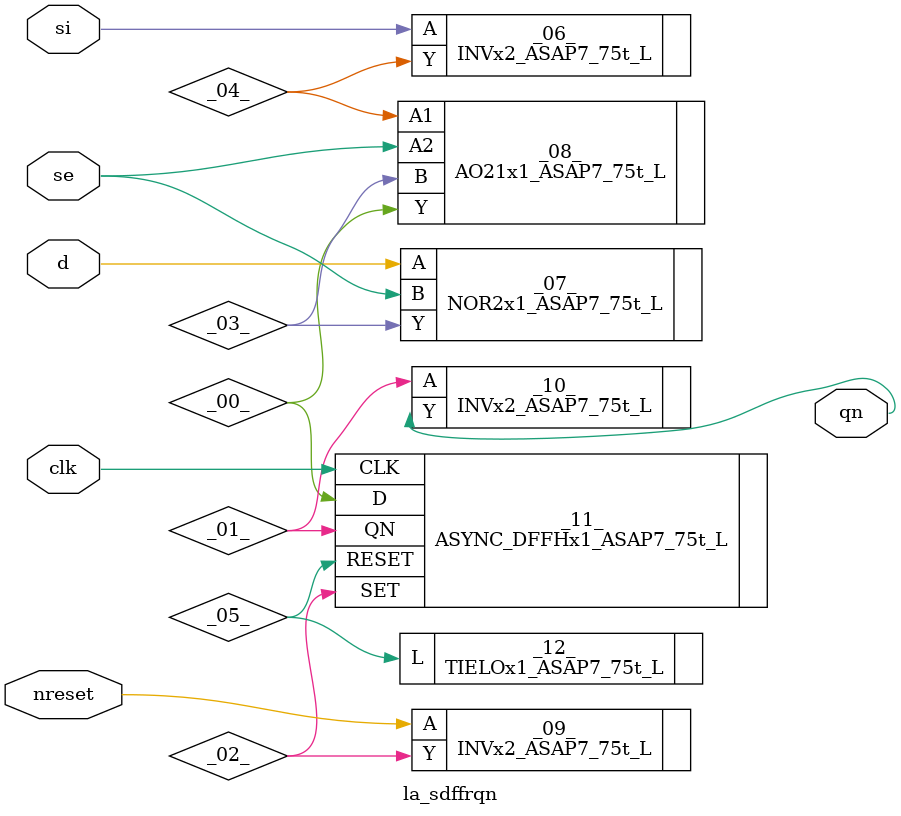
<source format=v>

/* Generated by Yosys 0.37 (git sha1 a5c7f69ed, clang 14.0.0-1ubuntu1.1 -fPIC -Os) */

module la_sdffrqn(d, si, se, clk, nreset, qn);
  wire _00_;
  wire _01_;
  wire _02_;
  wire _03_;
  wire _04_;
  wire _05_;
  input clk;
  wire clk;
  input d;
  wire d;
  input nreset;
  wire nreset;
  output qn;
  wire qn;
  input se;
  wire se;
  input si;
  wire si;
  INVx2_ASAP7_75t_L _06_ (
    .A(si),
    .Y(_04_)
  );
  NOR2x1_ASAP7_75t_L _07_ (
    .A(d),
    .B(se),
    .Y(_03_)
  );
  AO21x1_ASAP7_75t_L _08_ (
    .A1(_04_),
    .A2(se),
    .B(_03_),
    .Y(_00_)
  );
  INVx2_ASAP7_75t_L _09_ (
    .A(nreset),
    .Y(_02_)
  );
  INVx2_ASAP7_75t_L _10_ (
    .A(_01_),
    .Y(qn)
  );
  ASYNC_DFFHx1_ASAP7_75t_L _11_ (
    .CLK(clk),
    .D(_00_),
    .QN(_01_),
    .RESET(_05_),
    .SET(_02_)
  );
  TIELOx1_ASAP7_75t_L _12_ (
    .L(_05_)
  );
endmodule

</source>
